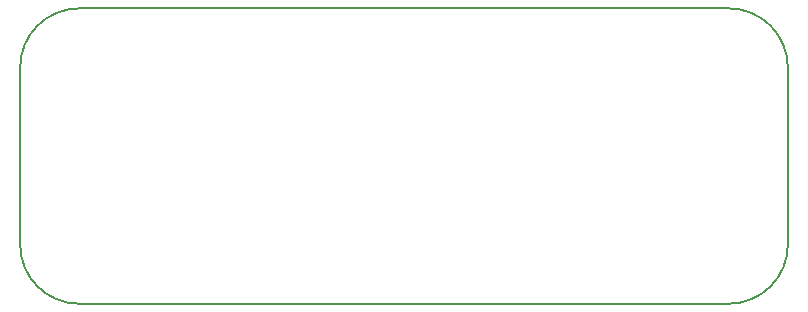
<source format=gbr>
%TF.GenerationSoftware,KiCad,Pcbnew,(5.1.6)-1*%
%TF.CreationDate,2021-04-13T16:40:33+02:00*%
%TF.ProjectId,11_Joystick,31315f4a-6f79-4737-9469-636b2e6b6963,rev?*%
%TF.SameCoordinates,Original*%
%TF.FileFunction,Paste,Bot*%
%TF.FilePolarity,Positive*%
%FSLAX46Y46*%
G04 Gerber Fmt 4.6, Leading zero omitted, Abs format (unit mm)*
G04 Created by KiCad (PCBNEW (5.1.6)-1) date 2021-04-13 16:40:33*
%MOMM*%
%LPD*%
G01*
G04 APERTURE LIST*
%TA.AperFunction,Profile*%
%ADD10C,0.150000*%
%TD*%
G04 APERTURE END LIST*
D10*
X140000000Y-130000000D02*
X195000000Y-130000000D01*
X195000000Y-130000000D02*
G75*
G02*
X200000000Y-135000000I0J-5000000D01*
G01*
X200000000Y-150000000D02*
G75*
G02*
X195000000Y-155000000I-5000000J0D01*
G01*
X140000000Y-155000000D02*
G75*
G02*
X135000000Y-150000000I0J5000000D01*
G01*
X135000000Y-135000000D02*
G75*
G02*
X140000000Y-130000000I5000000J0D01*
G01*
X135000000Y-150000000D02*
X135000000Y-135000000D01*
X195000000Y-155000000D02*
X140000000Y-155000000D01*
X200000000Y-135000000D02*
X200000000Y-150000000D01*
M02*

</source>
